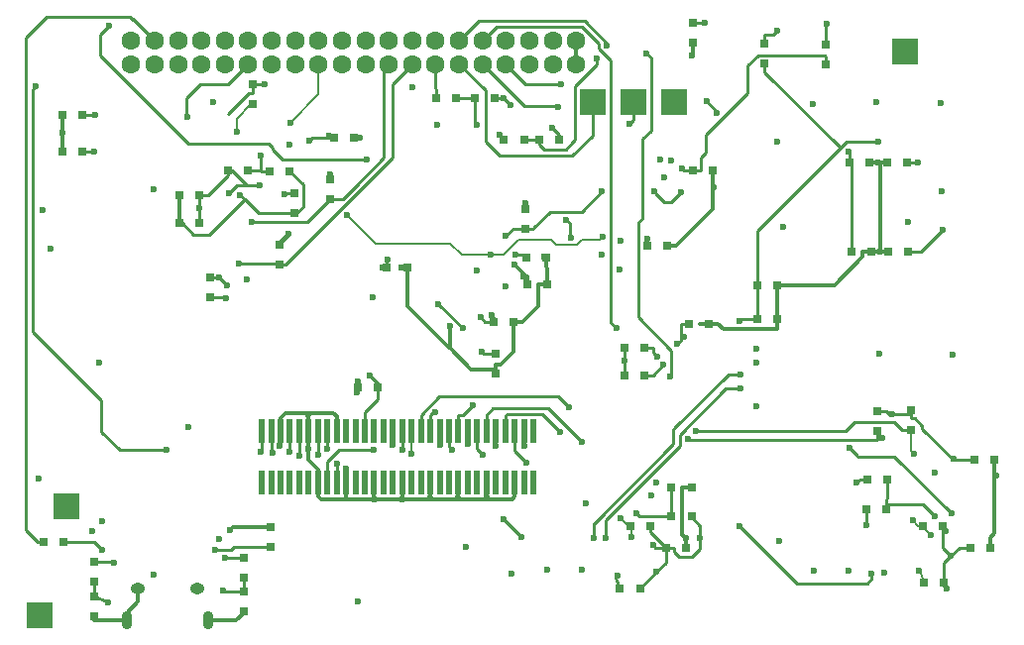
<source format=gbl>
%TF.GenerationSoftware,KiCad,Pcbnew,4.0.2-stable*%
%TF.CreationDate,2016-08-10T14:12:24+09:00*%
%TF.ProjectId,Shimonso-IoT-Type-R,5368696D6F6E736F2D496F542D547970,rev?*%
%TF.FileFunction,Copper,L4,Bot,Signal*%
%FSLAX46Y46*%
G04 Gerber Fmt 4.6, Leading zero omitted, Abs format (unit mm)*
G04 Created by KiCad (PCBNEW 4.0.2-stable) date 2016年08月10日水曜日 14:12:24*
%MOMM*%
G01*
G04 APERTURE LIST*
%ADD10C,0.100000*%
%ADD11R,2.235200X2.235200*%
%ADD12R,0.800000X0.700000*%
%ADD13O,0.890000X1.550000*%
%ADD14O,1.250000X0.950000*%
%ADD15R,0.500000X2.000000*%
%ADD16C,1.600000*%
%ADD17R,0.700000X0.800000*%
%ADD18C,0.600000*%
%ADD19C,0.350000*%
%ADD20C,0.150000*%
%ADD21C,0.250000*%
%ADD22C,0.400000*%
%ADD23C,0.200000*%
G04 APERTURE END LIST*
D10*
D11*
X106400000Y-104200000D03*
X102900000Y-104200000D03*
X99400000Y-104200000D03*
X126100000Y-99900000D03*
X52200000Y-148100000D03*
X54500000Y-138800000D03*
D12*
X56800000Y-143550000D03*
X56800000Y-145250000D03*
X69600000Y-146050000D03*
X69600000Y-147750000D03*
X56800000Y-146450000D03*
X56800000Y-148150000D03*
D13*
X66600000Y-148550000D03*
X59600000Y-148550000D03*
D14*
X65600000Y-145850000D03*
X60600000Y-145850000D03*
D15*
X83950000Y-136750000D03*
X83950000Y-132350000D03*
X84750000Y-132350000D03*
X84750000Y-136750000D03*
X86350000Y-136750000D03*
X86350000Y-132350000D03*
X85550000Y-132350000D03*
X85550000Y-136750000D03*
X88750000Y-136750000D03*
X88750000Y-132350000D03*
X89550000Y-132350000D03*
X89550000Y-136750000D03*
X87950000Y-136750000D03*
X87950000Y-132350000D03*
X87150000Y-132350000D03*
X87150000Y-136750000D03*
X93550000Y-136750000D03*
X93550000Y-132350000D03*
X94350000Y-132350000D03*
X94350000Y-136750000D03*
X91950000Y-136750000D03*
X91950000Y-132350000D03*
X92750000Y-132350000D03*
X92750000Y-136750000D03*
X91150000Y-136750000D03*
X91150000Y-132350000D03*
X90350000Y-132350000D03*
X90350000Y-136750000D03*
X77550000Y-136750000D03*
X77550000Y-132350000D03*
X78350000Y-132350000D03*
X78350000Y-136750000D03*
X79950000Y-136750000D03*
X79950000Y-132350000D03*
X79150000Y-132350000D03*
X79150000Y-136750000D03*
X82350000Y-136750000D03*
X82350000Y-132350000D03*
X83150000Y-132350000D03*
X83150000Y-136750000D03*
X81550000Y-136750000D03*
X81550000Y-132350000D03*
X80750000Y-132350000D03*
X80750000Y-136750000D03*
X74350000Y-136750000D03*
X74350000Y-132350000D03*
X75150000Y-132350000D03*
X75150000Y-136750000D03*
X76750000Y-136750000D03*
X76750000Y-132350000D03*
X75950000Y-132350000D03*
X75950000Y-136750000D03*
X72750000Y-136750000D03*
X72750000Y-132350000D03*
X73550000Y-132350000D03*
X73550000Y-136750000D03*
X71950000Y-136750000D03*
X71950000Y-132350000D03*
X71150000Y-132350000D03*
X71150000Y-136750000D03*
D16*
X60000000Y-101000000D03*
X60000000Y-99000000D03*
X62000000Y-101000000D03*
X62000000Y-99000000D03*
X64000000Y-101000000D03*
X64000000Y-99000000D03*
X66000000Y-101000000D03*
X66000000Y-99000000D03*
X68000000Y-101000000D03*
X68000000Y-99000000D03*
X70000000Y-101000000D03*
X70000000Y-99000000D03*
X72000000Y-101000000D03*
X72000000Y-99000000D03*
X74000000Y-101000000D03*
X74000000Y-99000000D03*
X76000000Y-101000000D03*
X76000000Y-99000000D03*
X78000000Y-101000000D03*
X78000000Y-99000000D03*
X80000000Y-101000000D03*
X80000000Y-99000000D03*
X82000000Y-101000000D03*
X82000000Y-99000000D03*
X84000000Y-101000000D03*
X84000000Y-99000000D03*
X86000000Y-101000000D03*
X86000000Y-99000000D03*
X88000000Y-101000000D03*
X88000000Y-99000000D03*
X90000000Y-101000000D03*
X90000000Y-99000000D03*
X92000000Y-101000000D03*
X92000000Y-99000000D03*
X94000000Y-101000000D03*
X94000000Y-99000000D03*
X96000000Y-101000000D03*
X96000000Y-99000000D03*
X98000000Y-101000000D03*
X98000000Y-99000000D03*
D12*
X72700000Y-116450000D03*
X72700000Y-118150000D03*
X77000000Y-110850000D03*
X77000000Y-112550000D03*
X93700000Y-113350000D03*
X93700000Y-115050000D03*
X70400000Y-102750000D03*
X70400000Y-104450000D03*
D17*
X68250000Y-110100000D03*
X69950000Y-110100000D03*
X104350000Y-140500000D03*
X102650000Y-140500000D03*
X93540000Y-107440000D03*
X91840000Y-107440000D03*
X129290000Y-140440000D03*
X127590000Y-140440000D03*
X129410000Y-145330000D03*
X127710000Y-145330000D03*
X94830000Y-107440000D03*
X96530000Y-107440000D03*
X122750000Y-139000000D03*
X124450000Y-139000000D03*
X107850000Y-139600000D03*
X106150000Y-139600000D03*
D12*
X119300000Y-101050000D03*
X119300000Y-99350000D03*
X114100000Y-100950000D03*
X114100000Y-99250000D03*
D17*
X102150000Y-127600000D03*
X103850000Y-127600000D03*
X102150000Y-125200000D03*
X103850000Y-125200000D03*
D12*
X123700000Y-130650000D03*
X123700000Y-132350000D03*
X126600000Y-130550000D03*
X126600000Y-132250000D03*
X108000000Y-99150000D03*
X108000000Y-97450000D03*
D17*
X91050000Y-103900000D03*
X89350000Y-103900000D03*
X87750000Y-103900000D03*
X86050000Y-103900000D03*
X90950000Y-123000000D03*
X92650000Y-123000000D03*
D12*
X91100000Y-125750000D03*
X91100000Y-127450000D03*
D17*
X79350000Y-128600000D03*
X81050000Y-128600000D03*
X65850000Y-114600000D03*
X64150000Y-114600000D03*
X65850000Y-112200000D03*
X64150000Y-112200000D03*
D12*
X66700000Y-119250000D03*
X66700000Y-120950000D03*
X73900000Y-112050000D03*
X73900000Y-113750000D03*
D17*
X55850000Y-108500000D03*
X54150000Y-108500000D03*
X55850000Y-105300000D03*
X54150000Y-105300000D03*
X81850000Y-118400000D03*
X83550000Y-118400000D03*
X104050000Y-116500000D03*
X105750000Y-116500000D03*
X93750000Y-117500000D03*
X95450000Y-117500000D03*
X93850000Y-119800000D03*
X95550000Y-119800000D03*
X107950000Y-110100000D03*
X109650000Y-110100000D03*
X71850000Y-110200000D03*
X73550000Y-110200000D03*
X105650000Y-142300000D03*
X107350000Y-142300000D03*
X77350000Y-107300000D03*
X79050000Y-107300000D03*
X131650000Y-142300000D03*
X133350000Y-142300000D03*
X124550000Y-136500000D03*
X122850000Y-136500000D03*
X106150000Y-137200000D03*
X107850000Y-137200000D03*
X113450000Y-119900000D03*
X115150000Y-119900000D03*
X113450000Y-122800000D03*
X115150000Y-122800000D03*
X126350000Y-117000000D03*
X124650000Y-117000000D03*
X126250000Y-109400000D03*
X124550000Y-109400000D03*
X132050000Y-134800000D03*
X133750000Y-134800000D03*
X107650000Y-123200000D03*
X109350000Y-123200000D03*
X121550000Y-117000000D03*
X123250000Y-117000000D03*
X121350000Y-109400000D03*
X123050000Y-109400000D03*
D12*
X71900000Y-142250000D03*
X71900000Y-140550000D03*
X69600000Y-143150000D03*
X69600000Y-144850000D03*
D17*
X52550000Y-141800000D03*
X54250000Y-141800000D03*
X103450000Y-145800000D03*
X101750000Y-145800000D03*
D18*
X109728000Y-111506000D03*
X133858000Y-136144000D03*
X66990000Y-104240000D03*
X105140000Y-109170000D03*
X101820000Y-116110000D03*
X100200000Y-117260000D03*
X128670000Y-135900000D03*
X106940000Y-111940000D03*
X104630000Y-111890000D03*
X95310000Y-117440000D03*
X89530000Y-118620000D03*
X73530000Y-107910000D03*
X69300000Y-112200000D03*
X68070000Y-120980000D03*
X80400000Y-127600000D03*
X83110000Y-118390000D03*
X79560000Y-107270000D03*
X130140000Y-125790000D03*
X123860000Y-125730000D03*
X123970000Y-117000000D03*
X123825300Y-109400000D03*
X86140000Y-106200000D03*
X91470000Y-107030000D03*
X91790000Y-103900000D03*
X92380000Y-104490000D03*
X121960000Y-136790000D03*
X113410000Y-130260000D03*
X113400000Y-126470000D03*
X104800000Y-136780000D03*
X107350000Y-141474700D03*
X93600000Y-133600000D03*
X91100000Y-133600000D03*
X69900000Y-119400000D03*
X53100000Y-116750000D03*
X52450000Y-113500000D03*
X57250000Y-126550000D03*
X54150000Y-106900000D03*
X90350000Y-137990000D03*
X87950000Y-138110000D03*
X85550000Y-138120000D03*
X83150000Y-138180000D03*
X80780000Y-138180000D03*
X75150000Y-133880000D03*
X88740000Y-133480000D03*
X86360000Y-133530000D03*
X82360000Y-133520000D03*
X78370000Y-135550000D03*
X75150000Y-130900000D03*
X72710000Y-133590000D03*
X98500000Y-144240000D03*
X95500000Y-144230000D03*
X124300000Y-144420000D03*
X121300000Y-144290000D03*
X118280000Y-144330000D03*
X115310000Y-141720000D03*
X115310000Y-141710000D03*
X92510000Y-144580000D03*
X88590000Y-142260000D03*
X123600000Y-104200000D03*
X129200000Y-111850000D03*
X129100000Y-104350000D03*
X118200000Y-104400000D03*
X64900000Y-132000000D03*
X56700000Y-140900000D03*
X52100000Y-136400000D03*
X68400000Y-140800000D03*
X87197000Y-123383800D03*
X61900000Y-144600000D03*
X67500000Y-141600000D03*
X79320000Y-128110000D03*
X68350000Y-112060000D03*
X81920000Y-117690000D03*
X80620000Y-120960000D03*
X90780000Y-122470000D03*
X81470000Y-118380000D03*
X79300000Y-129090000D03*
X70999200Y-111372600D03*
X73110000Y-112120000D03*
X67526400Y-119250000D03*
X65850000Y-113320000D03*
X61950000Y-111650000D03*
X129550000Y-140880000D03*
X129610000Y-145850000D03*
X129990000Y-143030000D03*
X113410000Y-125320000D03*
X108575300Y-141530000D03*
X104860000Y-144390000D03*
X79350000Y-146900000D03*
X127190800Y-109375300D03*
X123804800Y-107605000D03*
X89874900Y-122600000D03*
X104552500Y-142120900D03*
X122750000Y-140399800D03*
X68220200Y-119943800D03*
X111939300Y-122944700D03*
X71376300Y-102750000D03*
X84000000Y-103000000D03*
X107900000Y-100300000D03*
X115700000Y-114900000D03*
X115200000Y-107600000D03*
X121291300Y-108437500D03*
X106080000Y-109210000D03*
X105530000Y-110660000D03*
X107080000Y-109940000D03*
X101700000Y-118550000D03*
X130210000Y-134740000D03*
X75240000Y-107510000D03*
X93700000Y-112890000D03*
X92000000Y-120000000D03*
X93470000Y-119170000D03*
X73460000Y-115470000D03*
X76890000Y-107150000D03*
X77020000Y-110390000D03*
X104390000Y-137840000D03*
X102150000Y-126370000D03*
X107210000Y-124280000D03*
X126350000Y-114500000D03*
X125010000Y-130912600D03*
X98845000Y-138535000D03*
X57547500Y-140047500D03*
X129310200Y-115150000D03*
X92733800Y-118163300D03*
X106624700Y-124924100D03*
X128650000Y-139673700D03*
X104050000Y-115920000D03*
X58000000Y-147000000D03*
X67800000Y-146000000D03*
X83970000Y-134290000D03*
X126840000Y-134290000D03*
X108220000Y-132340000D03*
X97371600Y-130332200D03*
X124130000Y-132940000D03*
X107580000Y-133060000D03*
X85921500Y-130773100D03*
X90050000Y-134380000D03*
X89147600Y-130129700D03*
X87389500Y-133928100D03*
X111940000Y-140450000D03*
X96600000Y-132400000D03*
X123241800Y-144561100D03*
X93780000Y-135070000D03*
X98500000Y-133300000D03*
X77620000Y-135120000D03*
X83200000Y-134000000D03*
X74370000Y-134460000D03*
X80670000Y-133940000D03*
X76730000Y-133900000D03*
X91800000Y-139860000D03*
X93330000Y-141400000D03*
X75970000Y-134390000D03*
X73530000Y-134130000D03*
X72050000Y-134200000D03*
X71079800Y-134088900D03*
X51800000Y-102900000D03*
X63000000Y-134000000D03*
X64800000Y-105500000D03*
X100280000Y-115720000D03*
X90730000Y-117290000D03*
X78460000Y-113910000D03*
X73600000Y-106000000D03*
X70300000Y-114500000D03*
X97160000Y-114320000D03*
X80160000Y-109180000D03*
X58120000Y-97760000D03*
X97530000Y-115800000D03*
X69200000Y-118000000D03*
X100200000Y-111900000D03*
X92000000Y-115700000D03*
X110030000Y-105180000D03*
X109140000Y-104160000D03*
X100623300Y-99430500D03*
X99782600Y-100499900D03*
X96470000Y-104630000D03*
X102520000Y-106140000D03*
X101455600Y-123575300D03*
X96701200Y-102707100D03*
X104020000Y-100080000D03*
X106059000Y-127732000D03*
X108983500Y-97450700D03*
X115184400Y-98165600D03*
X119416800Y-97550700D03*
X127310000Y-144260000D03*
X128280000Y-141280000D03*
X126780000Y-140010000D03*
X121350000Y-133810000D03*
X130030000Y-139420000D03*
X112000000Y-128750000D03*
X100500000Y-141500000D03*
X101500000Y-144750000D03*
X101800000Y-139800000D03*
X102700000Y-141400000D03*
X112000000Y-127500000D03*
X99500000Y-141500000D03*
X89515200Y-106200000D03*
X69000000Y-106800000D03*
X105459400Y-126717600D03*
X95930000Y-106440000D03*
X103170000Y-139350000D03*
X71055000Y-108812000D03*
X92845700Y-117300000D03*
X56900000Y-105300000D03*
X56800000Y-108500000D03*
X89973100Y-125600000D03*
X68000000Y-143200000D03*
X58500000Y-143600000D03*
X104924200Y-126025800D03*
X57500000Y-142500000D03*
X88360000Y-123570000D03*
X86210000Y-121480000D03*
X67200000Y-142500000D03*
D19*
X87122000Y-125212400D02*
X87112400Y-125212400D01*
X87112400Y-125212400D02*
X83550000Y-121650000D01*
D20*
X109650000Y-111506000D02*
X109728000Y-111506000D01*
X133750000Y-136144000D02*
X133858000Y-136144000D01*
D21*
X79950000Y-132350000D02*
X79950000Y-130730000D01*
X81050000Y-129630000D02*
X81050000Y-128600000D01*
X79950000Y-130730000D02*
X81050000Y-129630000D01*
X106070000Y-112810000D02*
X106940000Y-111940000D01*
X105530000Y-112810000D02*
X106070000Y-112810000D01*
X104870000Y-112150000D02*
X105530000Y-112810000D01*
X104870000Y-112130000D02*
X104870000Y-112150000D01*
X104630000Y-111890000D02*
X104870000Y-112130000D01*
X95310000Y-117440000D02*
X95370000Y-117500000D01*
X95370000Y-117500000D02*
X95450000Y-117500000D01*
X64150000Y-114600000D02*
X64350000Y-114600000D01*
X64350000Y-114600000D02*
X65330000Y-115580000D01*
X66670000Y-115580000D02*
X69675000Y-112575000D01*
X65330000Y-115580000D02*
X66670000Y-115580000D01*
X73900000Y-113750000D02*
X70850000Y-113750000D01*
X70850000Y-113750000D02*
X69675000Y-112575000D01*
X69675000Y-112575000D02*
X69300000Y-112200000D01*
X73900000Y-113750000D02*
X74140000Y-113750000D01*
X74140000Y-113750000D02*
X74660000Y-113230000D01*
X74660000Y-113230000D02*
X74660000Y-111310000D01*
X74660000Y-111310000D02*
X73550000Y-110200000D01*
X68040000Y-120950000D02*
X66700000Y-120950000D01*
X68070000Y-120980000D02*
X68040000Y-120950000D01*
D19*
X80400000Y-127600000D02*
X81050000Y-128250000D01*
D21*
X83120000Y-118400000D02*
X83550000Y-118400000D01*
X83110000Y-118390000D02*
X83120000Y-118400000D01*
X79050000Y-107300000D02*
X79530000Y-107300000D01*
X79530000Y-107300000D02*
X79560000Y-107270000D01*
X91840000Y-107440000D02*
X91840000Y-107400000D01*
X91840000Y-107400000D02*
X91470000Y-107030000D01*
X91050000Y-103900000D02*
X91790000Y-103900000D01*
X92380000Y-104490000D02*
X91790000Y-103900000D01*
X122850000Y-136500000D02*
X122250000Y-136500000D01*
X122250000Y-136500000D02*
X121960000Y-136790000D01*
X93550000Y-132350000D02*
X93550000Y-133550000D01*
X93550000Y-133550000D02*
X93600000Y-133600000D01*
X91150000Y-132350000D02*
X91150000Y-133550000D01*
X91150000Y-133550000D02*
X91100000Y-133600000D01*
D19*
X54150000Y-105300000D02*
X54150000Y-106900000D01*
X54150000Y-106900000D02*
X54150000Y-108500000D01*
X85550000Y-138120000D02*
X85550000Y-137990000D01*
X83150000Y-138150000D02*
X83150000Y-138040000D01*
X83180000Y-138180000D02*
X83150000Y-138150000D01*
X83150000Y-138180000D02*
X83180000Y-138180000D01*
X85550000Y-136750000D02*
X85550000Y-137990000D01*
X85550000Y-137990000D02*
X85360000Y-138180000D01*
X87950000Y-136750000D02*
X87950000Y-138110000D01*
X87950000Y-138110000D02*
X88020000Y-138180000D01*
X90350000Y-136750000D02*
X90350000Y-137990000D01*
X90350000Y-137990000D02*
X90160000Y-138180000D01*
X83000000Y-138180000D02*
X85360000Y-138180000D01*
X85360000Y-138180000D02*
X88020000Y-138180000D01*
X88020000Y-138180000D02*
X90160000Y-138180000D01*
X90160000Y-138180000D02*
X92540000Y-138180000D01*
X92750000Y-137970000D02*
X92750000Y-136750000D01*
X92540000Y-138180000D02*
X92750000Y-137970000D01*
X78350000Y-136750000D02*
X78350000Y-138070000D01*
X78350000Y-138070000D02*
X78460000Y-138180000D01*
X75950000Y-136750000D02*
X75950000Y-137940000D01*
X75950000Y-137940000D02*
X76190000Y-138180000D01*
X76190000Y-138180000D02*
X78460000Y-138180000D01*
X78460000Y-138180000D02*
X80780000Y-138180000D01*
X80780000Y-138180000D02*
X80920000Y-138180000D01*
X80750000Y-136750000D02*
X80750000Y-138010000D01*
X80750000Y-138010000D02*
X80920000Y-138180000D01*
X83150000Y-138040000D02*
X83150000Y-136750000D01*
X80920000Y-138180000D02*
X83000000Y-138180000D01*
X83000000Y-138180000D02*
X83010000Y-138180000D01*
X83010000Y-138180000D02*
X83150000Y-138040000D01*
X88750000Y-132350000D02*
X88750000Y-133470000D01*
X88750000Y-133470000D02*
X88740000Y-133480000D01*
X86350000Y-132350000D02*
X86350000Y-133520000D01*
X86350000Y-133520000D02*
X86360000Y-133530000D01*
X82350000Y-132350000D02*
X82350000Y-133510000D01*
X82350000Y-133510000D02*
X82360000Y-133520000D01*
X78350000Y-136750000D02*
X78350000Y-135570000D01*
X78350000Y-135570000D02*
X78370000Y-135550000D01*
X77550000Y-132350000D02*
X77550000Y-131120000D01*
X77550000Y-131120000D02*
X77250000Y-130820000D01*
X75150000Y-132350000D02*
X75150000Y-130900000D01*
X75150000Y-130900000D02*
X75150000Y-131010000D01*
X75150000Y-131010000D02*
X75340000Y-130820000D01*
X72750000Y-132350000D02*
X72750000Y-131260000D01*
X72750000Y-131260000D02*
X73190000Y-130820000D01*
X73190000Y-130820000D02*
X75340000Y-130820000D01*
X75340000Y-130820000D02*
X77250000Y-130820000D01*
X75950000Y-136750000D02*
X75950000Y-135640000D01*
X75150000Y-134840000D02*
X75150000Y-133880000D01*
X75150000Y-133880000D02*
X75150000Y-132350000D01*
X75950000Y-135640000D02*
X75150000Y-134840000D01*
X72750000Y-132350000D02*
X72750000Y-133550000D01*
X72750000Y-133550000D02*
X72710000Y-133590000D01*
X68650000Y-140550000D02*
X71900000Y-140550000D01*
X68400000Y-140800000D02*
X68650000Y-140550000D01*
X69600000Y-147750000D02*
X69600000Y-147900000D01*
X69600000Y-147900000D02*
X68950000Y-148550000D01*
X68950000Y-148550000D02*
X66600000Y-148550000D01*
X56800000Y-148150000D02*
X56800000Y-148500000D01*
X56800000Y-148500000D02*
X57350000Y-148550000D01*
X57350000Y-148550000D02*
X59600000Y-148550000D01*
X88000000Y-136700000D02*
X87950000Y-136750000D01*
X81050000Y-128600000D02*
X81050000Y-128250000D01*
X78400000Y-136700000D02*
X78350000Y-136750000D01*
X98000000Y-101000000D02*
X98000000Y-99000000D01*
X92750000Y-136393600D02*
X92750000Y-136037300D01*
X92750000Y-136393600D02*
X92750000Y-136750000D01*
X123050000Y-109400000D02*
X123825300Y-109400000D01*
X105750000Y-116500000D02*
X106525300Y-116500000D01*
X124650000Y-117000000D02*
X123970000Y-117000000D01*
X123970000Y-117000000D02*
X123950000Y-117000000D01*
X123950000Y-117000000D02*
X123250000Y-117000000D01*
X123950000Y-117000000D02*
X123950000Y-109400000D01*
X124550000Y-109400000D02*
X123950000Y-109400000D01*
X123950000Y-109400000D02*
X123825300Y-109400000D01*
X123250000Y-117000000D02*
X122474700Y-117000000D01*
X115150000Y-122800000D02*
X115150000Y-121974700D01*
X109350000Y-123200000D02*
X108574700Y-123200000D01*
X122474700Y-117484600D02*
X122474700Y-117000000D01*
X120059300Y-119900000D02*
X122474700Y-117484600D01*
X115150000Y-119900000D02*
X120059300Y-119900000D01*
X115150000Y-119900000D02*
X115150000Y-121974700D01*
X107350000Y-142300000D02*
X107350000Y-141474700D01*
X133350000Y-142300000D02*
X133350000Y-141624800D01*
X133350000Y-141624800D02*
X133350000Y-141474600D01*
X107074700Y-141199400D02*
X107074700Y-137200000D01*
X107350000Y-141474700D02*
X107074700Y-141199400D01*
X95550000Y-118425300D02*
X95550000Y-119800000D01*
X95450000Y-118325300D02*
X95550000Y-118425300D01*
X94774700Y-121650600D02*
X94774700Y-119800000D01*
X93425300Y-123000000D02*
X94774700Y-121650600D01*
X92650000Y-123000000D02*
X93425300Y-123000000D01*
X95550000Y-119800000D02*
X94774700Y-119800000D01*
X91150000Y-132987600D02*
X91150000Y-132350000D01*
X92650000Y-125609300D02*
X92650000Y-123000000D01*
X91584600Y-126674700D02*
X92650000Y-125609300D01*
X91100000Y-126674700D02*
X91584600Y-126674700D01*
X95450000Y-117912600D02*
X95450000Y-118325300D01*
X95450000Y-117912600D02*
X95450000Y-117500000D01*
X64150000Y-114600000D02*
X64150000Y-112200000D01*
X59600000Y-148550000D02*
X59600000Y-147949800D01*
X60600000Y-146949800D02*
X60600000Y-145850000D01*
X59600000Y-147949800D02*
X60600000Y-146949800D01*
X91100000Y-127450000D02*
X91100000Y-127062300D01*
X91100000Y-127062300D02*
X91100000Y-126674700D01*
X83550000Y-121650000D02*
X83550000Y-118400000D01*
X109350000Y-123200000D02*
X110125300Y-123200000D01*
X110597400Y-123672100D02*
X110125300Y-123200000D01*
X115150000Y-123672100D02*
X110597400Y-123672100D01*
X115150000Y-122800000D02*
X115150000Y-123672100D01*
X107462400Y-137200000D02*
X107074700Y-137200000D01*
X107462400Y-137200000D02*
X107850000Y-137200000D01*
X75150000Y-132912500D02*
X75150000Y-132350000D01*
X87197000Y-125212400D02*
X87122000Y-125212400D01*
X89046900Y-127062300D02*
X87197000Y-125212400D01*
X91100000Y-127062300D02*
X89046900Y-127062300D01*
X87197000Y-125212400D02*
X87197000Y-123383800D01*
X133750000Y-141074600D02*
X133750000Y-136144000D01*
X133750000Y-136144000D02*
X133750000Y-134800000D01*
X133350000Y-141474600D02*
X133750000Y-141074600D01*
X109650000Y-113375300D02*
X109650000Y-111506000D01*
X109650000Y-111506000D02*
X109650000Y-110100000D01*
X106525300Y-116500000D02*
X109650000Y-113375300D01*
D21*
X79350000Y-128140000D02*
X79350000Y-128600000D01*
X79320000Y-128110000D02*
X79350000Y-128140000D01*
X69871350Y-111358650D02*
X69051350Y-111358650D01*
X69051350Y-111358650D02*
X68350000Y-112060000D01*
X81850000Y-117760000D02*
X81850000Y-118400000D01*
X81920000Y-117690000D02*
X81850000Y-117760000D01*
X90950000Y-123000000D02*
X90950000Y-122640000D01*
X90950000Y-122640000D02*
X90780000Y-122470000D01*
X81850000Y-118400000D02*
X81490000Y-118400000D01*
X81490000Y-118400000D02*
X81470000Y-118380000D01*
X79350000Y-128600000D02*
X79350000Y-129040000D01*
X79350000Y-129040000D02*
X79300000Y-129090000D01*
X68250000Y-110100000D02*
X68250000Y-110525300D01*
X66575300Y-112200000D02*
X67524700Y-111250600D01*
X66575300Y-112200000D02*
X65850000Y-112200000D01*
X68250000Y-110525300D02*
X67524700Y-111250600D01*
X68250000Y-110100000D02*
X68612700Y-110100000D01*
X68975300Y-110462600D02*
X69871350Y-111358650D01*
X69871350Y-111358650D02*
X69885300Y-111372600D01*
X69885300Y-111372600D02*
X70999200Y-111372600D01*
X68612700Y-110100000D02*
X68975300Y-110462600D01*
X73900000Y-112050000D02*
X73180000Y-112050000D01*
X73180000Y-112050000D02*
X73110000Y-112120000D01*
X129290000Y-140440000D02*
X129290000Y-140620000D01*
X129290000Y-140620000D02*
X129550000Y-140880000D01*
X129410000Y-145330000D02*
X129410000Y-145650000D01*
X129410000Y-145650000D02*
X129610000Y-145850000D01*
X129290000Y-140440000D02*
X129290000Y-142330000D01*
X129290000Y-142330000D02*
X129990000Y-143030000D01*
X129410000Y-145330000D02*
X129410000Y-143610000D01*
X129410000Y-143610000D02*
X129990000Y-143030000D01*
X131650000Y-142300000D02*
X130720000Y-142300000D01*
X130720000Y-142300000D02*
X129990000Y-143030000D01*
X107850000Y-139600000D02*
X107850000Y-139740000D01*
X107850000Y-139740000D02*
X108575300Y-140465300D01*
X108575300Y-140465300D02*
X108575300Y-141530000D01*
X108575300Y-141530000D02*
X108575300Y-142401200D01*
X105650000Y-142300000D02*
X105650000Y-143600000D01*
X105650000Y-143600000D02*
X104860000Y-144390000D01*
X104860000Y-144390000D02*
X103450000Y-145800000D01*
X104350000Y-140500000D02*
X104350000Y-141000000D01*
X104350000Y-141000000D02*
X105650000Y-142300000D01*
X126250000Y-109400000D02*
X126975300Y-109400000D01*
X127000000Y-109375300D02*
X127190800Y-109375300D01*
X126975300Y-109400000D02*
X127000000Y-109375300D01*
X113450000Y-119900000D02*
X113450000Y-120675300D01*
X105650000Y-142300000D02*
X104924700Y-142300000D01*
X65850000Y-112562600D02*
X65850000Y-113320000D01*
X65850000Y-113320000D02*
X65850000Y-114600000D01*
X90950000Y-123000000D02*
X90224700Y-123000000D01*
X114100000Y-100950000D02*
X114100000Y-101675300D01*
X114100000Y-101675300D02*
X120565500Y-108140700D01*
X121101200Y-107605000D02*
X120565500Y-108140700D01*
X123804800Y-107605000D02*
X121101200Y-107605000D01*
X113450000Y-115256200D02*
X113450000Y-119900000D01*
X120565500Y-108140700D02*
X113450000Y-115256200D01*
X105650000Y-142300000D02*
X106375300Y-142300000D01*
X70400000Y-102750000D02*
X70400000Y-103475300D01*
X104731600Y-142300000D02*
X104552500Y-142120900D01*
X104924700Y-142300000D02*
X104731600Y-142300000D01*
X65668700Y-112200000D02*
X65850000Y-112200000D01*
X122750000Y-139000000D02*
X122750000Y-140399800D01*
X67526400Y-119250000D02*
X68220200Y-119943800D01*
X66700000Y-119250000D02*
X67526400Y-119250000D01*
X70037400Y-103475300D02*
X68250000Y-105262700D01*
X70400000Y-103475300D02*
X70037400Y-103475300D01*
X106375300Y-142662600D02*
X106375300Y-142300000D01*
X106788100Y-143075400D02*
X106375300Y-142662600D01*
X107901100Y-143075400D02*
X106788100Y-143075400D01*
X108575300Y-142401200D02*
X107901100Y-143075400D01*
X89874900Y-122650200D02*
X89874900Y-122600000D01*
X90224700Y-123000000D02*
X89874900Y-122650200D01*
X113450000Y-122800000D02*
X113450000Y-120675300D01*
X112084000Y-122800000D02*
X111939300Y-122944700D01*
X113450000Y-122800000D02*
X112084000Y-122800000D01*
X70400000Y-102750000D02*
X71175300Y-102750000D01*
X71175300Y-102750000D02*
X71376300Y-102750000D01*
D19*
X108000000Y-100200000D02*
X108000000Y-99150000D01*
X107900000Y-100300000D02*
X108000000Y-100200000D01*
D21*
X121350000Y-109400000D02*
X121350000Y-109012300D01*
X121350000Y-109012300D02*
X121350000Y-108624700D01*
X121550000Y-109212300D02*
X121550000Y-117000000D01*
X121350000Y-109012300D02*
X121550000Y-109212300D01*
X121291300Y-108566000D02*
X121291300Y-108437500D01*
X121350000Y-108624700D02*
X121291300Y-108566000D01*
X109067850Y-108577850D02*
X109067850Y-107042150D01*
X112620000Y-103490000D02*
X112620000Y-101142300D01*
X109067850Y-107042150D02*
X112620000Y-103490000D01*
X107240000Y-110100000D02*
X107950000Y-110100000D01*
X107080000Y-109940000D02*
X107240000Y-110100000D01*
X130210000Y-134800000D02*
X130201700Y-134800000D01*
X130210000Y-134740000D02*
X130210000Y-134800000D01*
X75450000Y-107300000D02*
X77350000Y-107300000D01*
X75240000Y-107510000D02*
X75450000Y-107300000D01*
X93700000Y-112890000D02*
X93700000Y-113350000D01*
D22*
X93470000Y-119170000D02*
X93850000Y-119550000D01*
X93850000Y-119550000D02*
X93850000Y-119800000D01*
X73460000Y-115470000D02*
X72700000Y-116230000D01*
X72700000Y-116230000D02*
X72700000Y-116450000D01*
D21*
X76890000Y-107150000D02*
X77040000Y-107300000D01*
X77000000Y-110410000D02*
X77020000Y-110390000D01*
X77000000Y-110850000D02*
X77000000Y-110410000D01*
X107180000Y-124250000D02*
X107210000Y-124280000D01*
X107180000Y-124250000D02*
X106924700Y-124250000D01*
X77350000Y-107300000D02*
X77040000Y-107300000D01*
X126712700Y-117000000D02*
X127075300Y-117000000D01*
X126350000Y-117000000D02*
X126712700Y-117000000D01*
X127075300Y-117000000D02*
X127460200Y-117000000D01*
X127460200Y-117000000D02*
X129310200Y-115150000D01*
X106924700Y-124250000D02*
X106924700Y-124624100D01*
X106924700Y-124624100D02*
X106624700Y-124924100D01*
X107650000Y-123200000D02*
X106924700Y-123200000D01*
X106924700Y-123200000D02*
X106924700Y-124250000D01*
X126600000Y-130550000D02*
X126600000Y-130912600D01*
X126600000Y-130912600D02*
X126600000Y-131275300D01*
X124737900Y-130912600D02*
X124475300Y-130650000D01*
X126600000Y-130912600D02*
X125010000Y-130912600D01*
X125010000Y-130912600D02*
X124737900Y-130912600D01*
X123700000Y-130650000D02*
X124475300Y-130650000D01*
X119300000Y-101050000D02*
X119300000Y-100324700D01*
X108675300Y-110100000D02*
X108675300Y-108970400D01*
X108675300Y-108970400D02*
X109067850Y-108577850D01*
X112620000Y-101142300D02*
X113537700Y-100224600D01*
X113537700Y-100224600D02*
X119199900Y-100224600D01*
X119199900Y-100224600D02*
X119300000Y-100324700D01*
X107950000Y-110100000D02*
X108675300Y-110100000D01*
X93850000Y-119800000D02*
X93850000Y-119262300D01*
X93850000Y-119262300D02*
X93850000Y-119249600D01*
X93850000Y-119249600D02*
X93850000Y-119024700D01*
X93820100Y-119249600D02*
X92733800Y-118163300D01*
X93850000Y-119249600D02*
X93820100Y-119249600D01*
X130201700Y-134800000D02*
X132050000Y-134800000D01*
X127574600Y-132172900D02*
X130201700Y-134800000D01*
X127574600Y-131934500D02*
X127574600Y-132172900D01*
X126915400Y-131275300D02*
X127574600Y-131934500D01*
X126600000Y-131275300D02*
X126915400Y-131275300D01*
X102150000Y-127600000D02*
X102150000Y-126370000D01*
X102150000Y-126370000D02*
X102150000Y-125200000D01*
X124550000Y-136500000D02*
X124550000Y-137275300D01*
X124550000Y-138124700D02*
X124550000Y-137275300D01*
X124450000Y-138224700D02*
X124550000Y-138124700D01*
X124450000Y-139000000D02*
X124450000Y-138612300D01*
X124450000Y-138612300D02*
X124450000Y-138224700D01*
X127588600Y-138612300D02*
X128650000Y-139673700D01*
X124450000Y-138612300D02*
X127588600Y-138612300D01*
X104050000Y-115920000D02*
X104050000Y-116500000D01*
X57950000Y-146950000D02*
X56800000Y-146450000D01*
X58000000Y-147000000D02*
X57950000Y-146950000D01*
X56800000Y-145250000D02*
X56800000Y-146450000D01*
X67850000Y-146050000D02*
X69600000Y-146050000D01*
X67800000Y-146000000D02*
X67850000Y-146050000D01*
X69600000Y-144850000D02*
X69600000Y-146050000D01*
D23*
X83950000Y-134270000D02*
X83950000Y-132350000D01*
X83970000Y-134290000D02*
X83950000Y-134270000D01*
D21*
X83950000Y-131662300D02*
X83950000Y-132350000D01*
D23*
X126600000Y-134050000D02*
X126600000Y-132250000D01*
X126840000Y-134290000D02*
X126600000Y-134050000D01*
D21*
X125824700Y-132250000D02*
X125824700Y-132244700D01*
X126212400Y-132250000D02*
X125824700Y-132250000D01*
X121040000Y-132340000D02*
X108220000Y-132340000D01*
X121780000Y-131600000D02*
X121040000Y-132340000D01*
X125180000Y-131600000D02*
X121780000Y-131600000D01*
X125824700Y-132244700D02*
X125180000Y-131600000D01*
X97371600Y-130332200D02*
X96465100Y-129425700D01*
X96465100Y-129425700D02*
X86299000Y-129425700D01*
X86299000Y-129425700D02*
X84750000Y-130974700D01*
X84750000Y-132350000D02*
X84750000Y-130974700D01*
X126212400Y-132250000D02*
X126212500Y-132250000D01*
X126600000Y-132250000D02*
X126212500Y-132250000D01*
D23*
X124130000Y-132940000D02*
X123700000Y-132510000D01*
X123700000Y-132510000D02*
X123700000Y-132350000D01*
D21*
X123690000Y-133075300D02*
X107595300Y-133075300D01*
X107595300Y-133075300D02*
X107580000Y-133060000D01*
X85550000Y-132350000D02*
X85550000Y-130974700D01*
X85751600Y-130773100D02*
X85921500Y-130773100D01*
X85550000Y-130974700D02*
X85751600Y-130773100D01*
X117709000Y-133075300D02*
X123690000Y-133075300D01*
X123690000Y-133075300D02*
X123700000Y-133075300D01*
X123700000Y-132350000D02*
X123700000Y-133075300D01*
X90050000Y-134380000D02*
X89550000Y-133850000D01*
X89550000Y-132350000D02*
X89550000Y-133850000D01*
X87950000Y-132350000D02*
X87950000Y-130974700D01*
X88302600Y-130974700D02*
X89147600Y-130129700D01*
X87950000Y-130974700D02*
X88302600Y-130974700D01*
X87150000Y-132350000D02*
X87150000Y-133725300D01*
X87186700Y-133725300D02*
X87389500Y-133928100D01*
X87150000Y-133725300D02*
X87186700Y-133725300D01*
X123241800Y-144561100D02*
X123241800Y-144988200D01*
X116840000Y-145350000D02*
X111940000Y-140450000D01*
X122880000Y-145350000D02*
X116840000Y-145350000D01*
X123241800Y-144988200D02*
X122880000Y-145350000D01*
X91950000Y-131050000D02*
X91950000Y-132350000D01*
X92073698Y-130926302D02*
X91950000Y-131050000D01*
X95126302Y-130926302D02*
X92073698Y-130926302D01*
X96600000Y-132400000D02*
X95126302Y-130926302D01*
X92750000Y-134040000D02*
X92750000Y-132350000D01*
X93780000Y-135070000D02*
X92750000Y-134040000D01*
X92700000Y-132400000D02*
X92750000Y-132350000D01*
X95036002Y-130426002D02*
X95626002Y-130426002D01*
X95626002Y-130426002D02*
X98500000Y-133300000D01*
X95036002Y-130426002D02*
X95030000Y-130426002D01*
X95030000Y-130426002D02*
X95030000Y-130426300D01*
X90898400Y-130426300D02*
X95030000Y-130426300D01*
X90350000Y-130974700D02*
X90898400Y-130426300D01*
X90350000Y-132350000D02*
X90350000Y-130974700D01*
X77550000Y-135190000D02*
X77550000Y-136750000D01*
X77620000Y-135120000D02*
X77550000Y-135190000D01*
X83150000Y-133950000D02*
X83150000Y-132350000D01*
X83200000Y-134000000D02*
X83150000Y-133950000D01*
X74350000Y-132350000D02*
X74350000Y-134440000D01*
X74350000Y-134440000D02*
X74370000Y-134460000D01*
X76750000Y-134970000D02*
X76750000Y-136750000D01*
X77760000Y-133960000D02*
X76750000Y-134970000D01*
X80650000Y-133960000D02*
X77760000Y-133960000D01*
X80670000Y-133940000D02*
X80650000Y-133960000D01*
X76750000Y-133880000D02*
X76730000Y-133900000D01*
X76750000Y-133880000D02*
X76750000Y-132350000D01*
X91800000Y-139870000D02*
X91800000Y-139860000D01*
X93330000Y-141400000D02*
X91800000Y-139870000D01*
X75970000Y-134390000D02*
X75950000Y-134370000D01*
X75950000Y-134370000D02*
X75950000Y-132350000D01*
X73550000Y-134110000D02*
X73550000Y-132350000D01*
X73530000Y-134130000D02*
X73550000Y-134110000D01*
X71950000Y-134100000D02*
X71950000Y-132350000D01*
X72050000Y-134200000D02*
X71950000Y-134100000D01*
X71150000Y-134018700D02*
X71150000Y-132350000D01*
X71079800Y-134088900D02*
X71150000Y-134018700D01*
X62000000Y-99000000D02*
X61960000Y-99000000D01*
X61960000Y-99000000D02*
X59880000Y-96920000D01*
X52780000Y-96920000D02*
X52600000Y-97100000D01*
X59880000Y-96920000D02*
X52780000Y-96920000D01*
X51000000Y-104500000D02*
X51000000Y-98700000D01*
X51000000Y-126300000D02*
X51000000Y-104500000D01*
X60100000Y-97100000D02*
X62000000Y-99000000D01*
X51000000Y-98700000D02*
X52600000Y-97100000D01*
X52550000Y-141800000D02*
X52000000Y-141800000D01*
X51000000Y-140800000D02*
X51000000Y-126300000D01*
X51000000Y-126300000D02*
X51000000Y-126200000D01*
X52000000Y-141800000D02*
X51000000Y-140800000D01*
X52550000Y-141800000D02*
X52300000Y-141800000D01*
X51600000Y-103100000D02*
X51800000Y-102900000D01*
X51600000Y-123900000D02*
X51600000Y-103200000D01*
X57400000Y-129700000D02*
X51600000Y-123900000D01*
X57400000Y-132300000D02*
X57400000Y-129700000D01*
X51600000Y-103200000D02*
X51600000Y-103100000D01*
X63000000Y-134000000D02*
X59900000Y-134000000D01*
X59900000Y-134000000D02*
X59000000Y-134000000D01*
X59000000Y-134000000D02*
X57400000Y-132400000D01*
X57400000Y-132400000D02*
X57400000Y-132300000D01*
X65900000Y-102700000D02*
X68300000Y-102700000D01*
X64700000Y-103900000D02*
X65900000Y-102700000D01*
X64700000Y-105400000D02*
X64700000Y-103900000D01*
X64800000Y-105500000D02*
X64700000Y-105400000D01*
X70000000Y-101000000D02*
X68300000Y-102700000D01*
D23*
X95490000Y-116010000D02*
X95830000Y-116010000D01*
X98090000Y-116430000D02*
X98510000Y-116010000D01*
X96250000Y-116430000D02*
X98090000Y-116430000D01*
X95830000Y-116010000D02*
X96250000Y-116430000D01*
X90730000Y-117290000D02*
X91800000Y-117290000D01*
X99990000Y-116010000D02*
X100280000Y-115720000D01*
X93080000Y-116010000D02*
X95490000Y-116010000D01*
X98510000Y-116010000D02*
X99990000Y-116010000D01*
X91800000Y-117290000D02*
X93080000Y-116010000D01*
X88250000Y-117290000D02*
X90730000Y-117290000D01*
X87270000Y-116310000D02*
X88250000Y-117290000D01*
X80860000Y-116310000D02*
X87270000Y-116310000D01*
X78460000Y-113910000D02*
X80860000Y-116310000D01*
X76000000Y-103600000D02*
X76000000Y-101000000D01*
X73600000Y-106000000D02*
X76000000Y-103600000D01*
D21*
X70300000Y-114500000D02*
X75050000Y-114500000D01*
X75050000Y-114500000D02*
X75060000Y-114490000D01*
X75060000Y-114490000D02*
X77000000Y-112550000D01*
X77000000Y-112550000D02*
X78050000Y-112550000D01*
X81600000Y-109000000D02*
X81600000Y-101400000D01*
X79100000Y-111500000D02*
X81600000Y-109000000D01*
X78050000Y-112550000D02*
X79100000Y-111500000D01*
X81600000Y-101400000D02*
X82000000Y-101000000D01*
X97440000Y-115320000D02*
X97440000Y-115710000D01*
X97160000Y-114320000D02*
X97440000Y-114600000D01*
X97440000Y-114600000D02*
X97440000Y-115320000D01*
X72110000Y-108330000D02*
X72960000Y-109180000D01*
X72960000Y-109180000D02*
X80160000Y-109180000D01*
X72110000Y-108140000D02*
X71750000Y-107780000D01*
X58120000Y-97760000D02*
X57360000Y-98520000D01*
X57360000Y-98520000D02*
X57360000Y-100300000D01*
X57360000Y-100300000D02*
X64840000Y-107780000D01*
X64840000Y-107780000D02*
X71750000Y-107780000D01*
X72110000Y-108140000D02*
X72110000Y-108330000D01*
X97440000Y-115710000D02*
X97530000Y-115800000D01*
X72700000Y-118150000D02*
X73150000Y-118150000D01*
X82292000Y-109008000D02*
X73150000Y-118150000D01*
X82292000Y-102708000D02*
X82292000Y-109008000D01*
X82292000Y-102708000D02*
X84000000Y-101000000D01*
X72550000Y-118000000D02*
X69200000Y-118000000D01*
X72550000Y-118000000D02*
X72700000Y-118150000D01*
X98480000Y-113620000D02*
X95780000Y-113620000D01*
X94370000Y-115030000D02*
X94370000Y-115050000D01*
X95780000Y-113620000D02*
X94370000Y-115030000D01*
X98480000Y-113620000D02*
X100200000Y-111900000D01*
X93700000Y-115050000D02*
X94370000Y-115050000D01*
X92000000Y-115700000D02*
X92650000Y-115050000D01*
X92650000Y-115050000D02*
X93700000Y-115050000D01*
X86000000Y-103074700D02*
X86050000Y-103124700D01*
X86000000Y-101000000D02*
X86000000Y-103074700D01*
X86050000Y-103900000D02*
X86050000Y-103124700D01*
X110030000Y-105050000D02*
X110030000Y-105180000D01*
X109140000Y-104160000D02*
X110030000Y-105050000D01*
X90253500Y-105287500D02*
X90253500Y-107603500D01*
X88000000Y-101000000D02*
X90253500Y-103253500D01*
X90253500Y-103253500D02*
X90253500Y-105287500D01*
X99400000Y-107100000D02*
X99400000Y-104200000D01*
X97670000Y-108830000D02*
X99400000Y-107100000D01*
X91480000Y-108830000D02*
X97670000Y-108830000D01*
X90253500Y-107603500D02*
X91480000Y-108830000D01*
X97907000Y-106043000D02*
X97907000Y-107493000D01*
X100623300Y-99228000D02*
X100623300Y-99430500D01*
X98703600Y-97308300D02*
X100623300Y-99228000D01*
X89691700Y-97308300D02*
X98703600Y-97308300D01*
X88000000Y-99000000D02*
X89691700Y-97308300D01*
X99782600Y-101003100D02*
X99782600Y-100499900D01*
X97907000Y-102878700D02*
X99782600Y-101003100D01*
X97907000Y-105472900D02*
X97907000Y-102878700D01*
X97907000Y-105472900D02*
X97907000Y-106043000D01*
X94830000Y-107860000D02*
X95260000Y-108290000D01*
X95260000Y-108290000D02*
X97110000Y-108290000D01*
X97110000Y-108290000D02*
X97660000Y-107740000D01*
X94830000Y-107860000D02*
X94830000Y-107440000D01*
X97907000Y-107493000D02*
X97660000Y-107740000D01*
X93540000Y-107440000D02*
X94830000Y-107440000D01*
X96450000Y-104610000D02*
X93610000Y-104610000D01*
X96470000Y-104630000D02*
X96450000Y-104610000D01*
X90000000Y-101000000D02*
X93610000Y-104610000D01*
X102900000Y-105692900D02*
X102900000Y-105760000D01*
X102900000Y-105692900D02*
X102900000Y-104200000D01*
X102900000Y-105760000D02*
X102520000Y-106140000D01*
X91185100Y-97814900D02*
X90000000Y-99000000D01*
X98502400Y-97814900D02*
X91185100Y-97814900D01*
X99948000Y-99260500D02*
X98502400Y-97814900D01*
X99948000Y-99710200D02*
X99948000Y-99260500D01*
X100964700Y-100726900D02*
X99948000Y-99710200D01*
X100964700Y-123084400D02*
X100964700Y-100726900D01*
X101455600Y-123575300D02*
X100964700Y-123084400D01*
X93707100Y-102707100D02*
X96701200Y-102707100D01*
X92000000Y-101000000D02*
X93707100Y-102707100D01*
X104412100Y-100472100D02*
X104412100Y-100810000D01*
X104020000Y-100080000D02*
X104412100Y-100472100D01*
X103695000Y-114175000D02*
X103695000Y-107395000D01*
X103695000Y-114175000D02*
X103315700Y-114554300D01*
X103315700Y-114554300D02*
X103315700Y-122628400D01*
X103315700Y-122628400D02*
X106149400Y-125462100D01*
X106149400Y-125462100D02*
X106149400Y-127641600D01*
X106149400Y-127641600D02*
X106059000Y-127732000D01*
X104412100Y-100810000D02*
X104412100Y-106677900D01*
X104412100Y-100810000D02*
X104412100Y-100732100D01*
X103695000Y-107395000D02*
X104412100Y-106677900D01*
X108000000Y-97450000D02*
X108775300Y-97450000D01*
X108776000Y-97450700D02*
X108983500Y-97450700D01*
X108775300Y-97450000D02*
X108776000Y-97450700D01*
X114100000Y-99250000D02*
X114100000Y-98524700D01*
X114825300Y-98524700D02*
X115184400Y-98165600D01*
X114100000Y-98524700D02*
X114825300Y-98524700D01*
X119300000Y-97667500D02*
X119416800Y-97550700D01*
X119300000Y-99350000D02*
X119300000Y-97667500D01*
D20*
X127480000Y-144430000D02*
X127710000Y-145330000D01*
X127310000Y-144260000D02*
X127480000Y-144430000D01*
X127590000Y-140440000D02*
X127590000Y-140590000D01*
X127590000Y-140590000D02*
X128280000Y-141280000D01*
X127210000Y-140440000D02*
X127590000Y-140440000D01*
X126780000Y-140010000D02*
X127210000Y-140440000D01*
D21*
X122020000Y-134480000D02*
X121350000Y-133810000D01*
X125130000Y-134520000D02*
X122020000Y-134520000D01*
X130030000Y-139420000D02*
X125130000Y-134520000D01*
X122020000Y-134520000D02*
X122020000Y-134480000D01*
X100500000Y-140030000D02*
X100500000Y-139960000D01*
X106840000Y-133620000D02*
X106840000Y-132660000D01*
X100500000Y-139960000D02*
X106840000Y-133620000D01*
X100500000Y-141500000D02*
X100500000Y-140030000D01*
X110750000Y-128750000D02*
X112000000Y-128750000D01*
X106840000Y-132660000D02*
X110750000Y-128750000D01*
X101350000Y-144900000D02*
X101750000Y-145800000D01*
X101500000Y-144750000D02*
X101350000Y-144900000D01*
D20*
X101800000Y-139800000D02*
X102500000Y-140500000D01*
X102500000Y-140500000D02*
X102650000Y-140500000D01*
X102650000Y-140500000D02*
X102700000Y-140550000D01*
X102700000Y-140550000D02*
X102700000Y-141400000D01*
D21*
X106311445Y-133441445D02*
X106311445Y-132188555D01*
X99562890Y-140190000D02*
X106311445Y-133441445D01*
X99500000Y-140190000D02*
X99562890Y-140190000D01*
X106380000Y-132170000D02*
X106380000Y-132120000D01*
X106330000Y-132170000D02*
X106380000Y-132170000D01*
X106311445Y-132188555D02*
X106330000Y-132170000D01*
X112000000Y-127500000D02*
X111000000Y-127500000D01*
X111000000Y-127500000D02*
X106380000Y-132120000D01*
X99500000Y-140190000D02*
X99500000Y-141500000D01*
X89350000Y-106034800D02*
X89515200Y-106200000D01*
X89350000Y-103900000D02*
X89350000Y-106034800D01*
X87750000Y-103900000D02*
X89350000Y-103900000D01*
D20*
X70400000Y-104450000D02*
X70250000Y-104450000D01*
X70250000Y-104450000D02*
X69000000Y-105700000D01*
X69000000Y-105700000D02*
X69000000Y-106800000D01*
D21*
X70400000Y-104450000D02*
X70150000Y-104450000D01*
X103850000Y-127600000D02*
X104575300Y-127600000D01*
X104577000Y-127600000D02*
X104575300Y-127600000D01*
X105459400Y-126717600D02*
X104577000Y-127600000D01*
X95930000Y-106440000D02*
X96530000Y-107040000D01*
X96530000Y-107040000D02*
X96530000Y-107440000D01*
X106150000Y-139600000D02*
X103420000Y-139600000D01*
X103420000Y-139600000D02*
X103170000Y-139350000D01*
X106150000Y-139600000D02*
X106130000Y-139600000D01*
X106150000Y-137200000D02*
X106150000Y-139375300D01*
X106150000Y-139375300D02*
X106150000Y-139600000D01*
X71055000Y-110100000D02*
X71055000Y-108812000D01*
X69950000Y-110100000D02*
X70675300Y-110100000D01*
X71055000Y-110100000D02*
X70675300Y-110100000D01*
X71124700Y-110169700D02*
X71055000Y-110100000D01*
X71124700Y-110200000D02*
X71124700Y-110169700D01*
X71850000Y-110200000D02*
X71124700Y-110200000D01*
X93550000Y-117300000D02*
X92845700Y-117300000D01*
X93750000Y-117500000D02*
X93550000Y-117300000D01*
X56900000Y-105300000D02*
X55850000Y-105300000D01*
X55850000Y-108500000D02*
X56800000Y-108500000D01*
X91100000Y-125750000D02*
X90324700Y-125750000D01*
X90123100Y-125750000D02*
X89973100Y-125600000D01*
X90324700Y-125750000D02*
X90123100Y-125750000D01*
X68050000Y-143150000D02*
X69600000Y-143150000D01*
X68000000Y-143200000D02*
X68050000Y-143150000D01*
X56800000Y-143550000D02*
X58450000Y-143550000D01*
X58450000Y-143550000D02*
X58500000Y-143600000D01*
X56800000Y-143550000D02*
X57075300Y-143600000D01*
X103850000Y-125200000D02*
X104575300Y-125200000D01*
X104575300Y-125676900D02*
X104924200Y-126025800D01*
X104575300Y-125200000D02*
X104575300Y-125676900D01*
X56800000Y-141800000D02*
X54250000Y-141800000D01*
X57500000Y-142500000D02*
X56800000Y-141800000D01*
X54100000Y-141800000D02*
X54250000Y-141800000D01*
X88300000Y-123570000D02*
X88360000Y-123570000D01*
X86210000Y-121480000D02*
X88300000Y-123570000D01*
X68750000Y-142250000D02*
X71900000Y-142250000D01*
X67200000Y-142500000D02*
X68500000Y-142500000D01*
X68500000Y-142500000D02*
X68750000Y-142250000D01*
M02*

</source>
